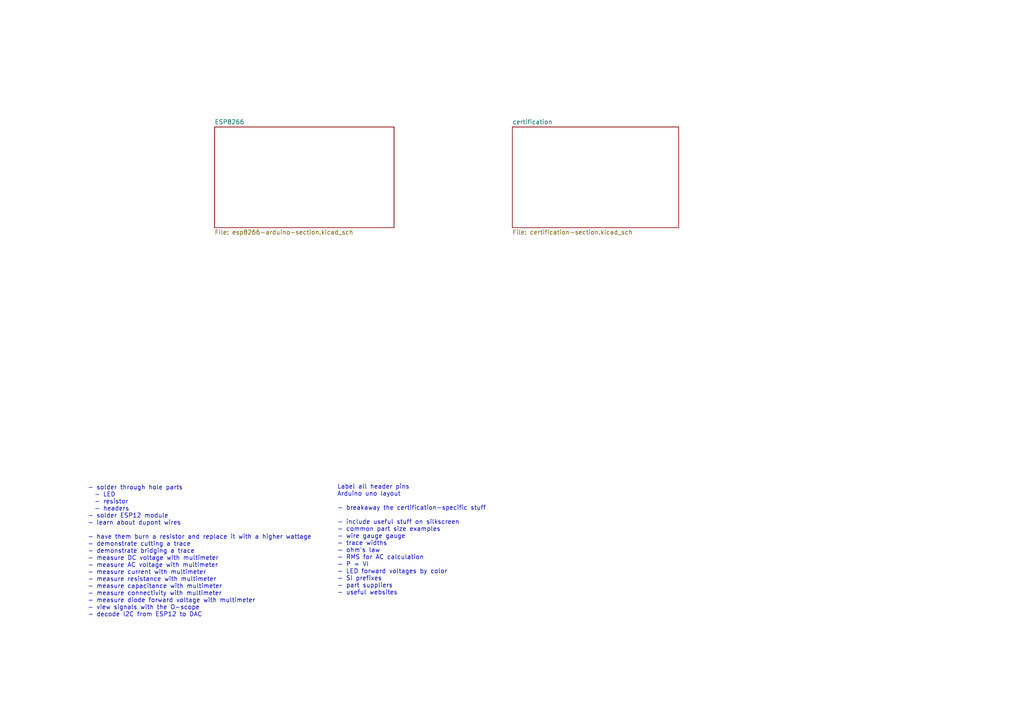
<source format=kicad_sch>
(kicad_sch (version 20211123) (generator eeschema)
  (paper "A4")
  (lib_symbols)
  (text "- solder through hole parts\n  - LED\n  - resistor\n  - headers\n- solder ESP12 module\n- learn about dupont wires\n\n- have them burn a resistor and replace it with a higher wattage\n- demonstrate cutting a trace\n- demonstrate bridging a trace\n- measure DC voltage with multimeter\n- measure AC voltage with multimeter\n- measure current with multimeter\n- measure resistance with multimeter\n- measure capacitance with multimeter\n- measure connectivity with multimeter\n- measure diode forward voltage with multimeter\n- view signals with the O-scope\n- decode I2C from ESP12 to DAC\n" (at 25.4 179.07 0) (effects (font (size 1.27 1.27)) (justify left bottom)))
  (text "Label all header pins\nArduino uno layout\n\n- breakaway the certification-specific stuff\n\n- include useful stuff on silkscreen\n- common part size examples\n- wire gauge gauge\n- trace widths\n- ohm's law\n- RMS for AC calculation\n- P = VI\n- LED forward voltages by color\n- SI prefixes\n- part suppliers\n- useful websites" (at 97.79 172.72 0) (effects (font (size 1.27 1.27)) (justify left bottom)))
  (sheet (at 148.59 36.83) (size 48.26 29.21) (stroke (width 0.1524))
    (property "Sheet name" "certification" (at 148.59 36.1184 0) (effects (justify left bottom)))
    (property "Sheet file" "certification-section.kicad_sch" (at 148.59 66.6246 0) (effects (justify left top)))
  )
  (sheet (at 62.23 36.83) (size 52.07 29.21) (stroke (width 0.1524))
    (property "Sheet name" "ESP8266" (at 62.23 36.1184 0) (effects (justify left bottom)))
    (property "Sheet file" "esp8266-arduino-section.kicad_sch" (at 62.23 66.6246 0) (effects (justify left top)))
  )
)
</source>
